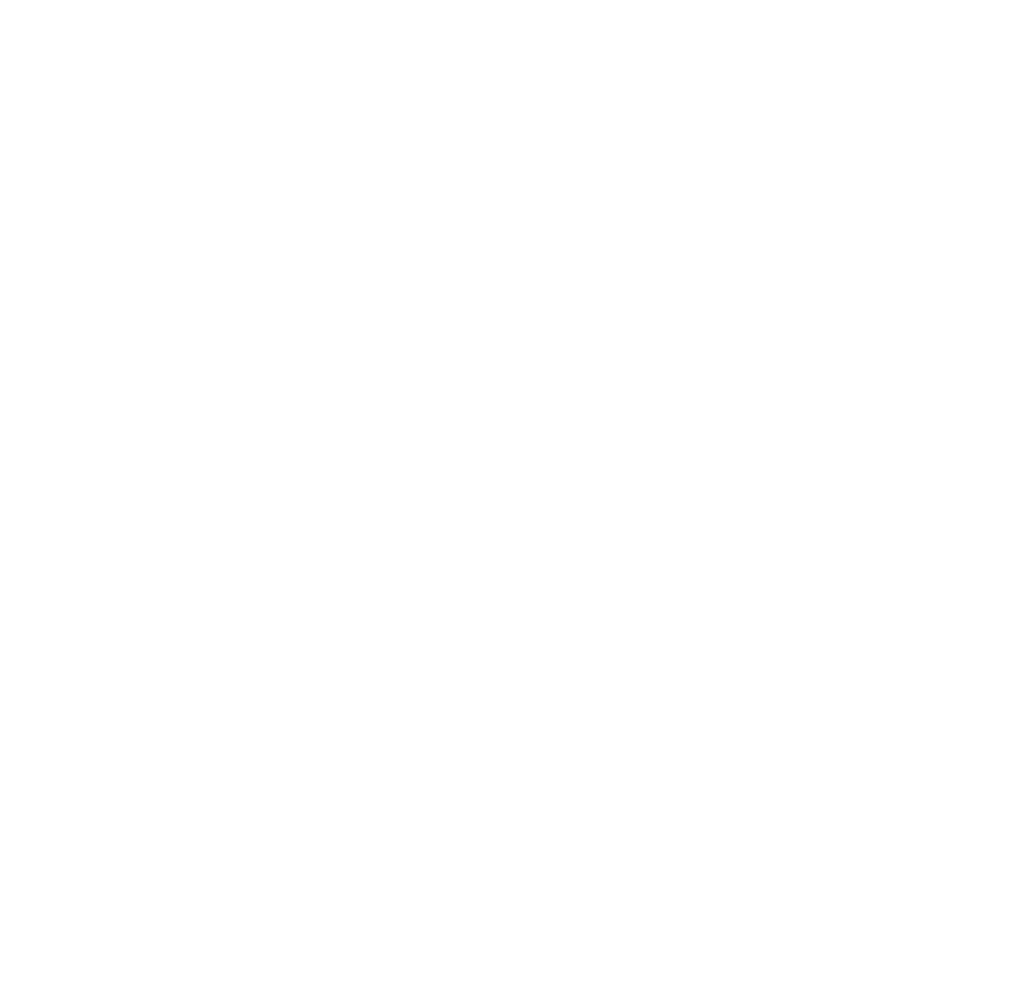
<source format=gbr>
%TF.GenerationSoftware,KiCad,Pcbnew,5.1.5+dfsg1-2~bpo10+1*%
%TF.CreationDate,2020-08-19T00:00:04+02:00*%
%TF.ProjectId,antmicro-alvium-flex-csi-adapter,616e746d-6963-4726-9f2d-616c7669756d,1.0.1*%
%TF.SameCoordinates,Original*%
%TF.FileFunction,Plated,1,2,PTH,Drill*%
%TF.FilePolarity,Positive*%
%FSLAX46Y46*%
G04 Gerber Fmt 4.6, Leading zero omitted, Abs format (unit mm)*
G04 Created by KiCad (PCBNEW 5.1.5+dfsg1-2~bpo10+1) date 2020-08-19 00:00:04 commit e5c3baf*
%MOMM*%
%LPD*%
G04 APERTURE LIST*
%TA.AperFunction,ViaDrill*%
%ADD10C,0.150000*%
%TD*%
G04 APERTURE END LIST*
D10*
X156086400Y-71017200D03*
X156315000Y-72782500D03*
X156782000Y-69516000D03*
X157915200Y-159307600D03*
X157923000Y-159858600D03*
X158220000Y-74497000D03*
X159083600Y-72033200D03*
X159286800Y-69340800D03*
X159337600Y-158596400D03*
X159337600Y-159460000D03*
X159642400Y-76249600D03*
X159947200Y-155853200D03*
X160188500Y-158155500D03*
X160188500Y-158605500D03*
X160252000Y-70763200D03*
X160252000Y-159269500D03*
X160577165Y-157421875D03*
X160607600Y-84987200D03*
X160607600Y-107390000D03*
X160607600Y-116330800D03*
X160607600Y-135177600D03*
X160658400Y-96620400D03*
X160658400Y-125322400D03*
X160658400Y-146252000D03*
X160810800Y-159866400D03*
X160923000Y-69385000D03*
X161014000Y-76046400D03*
X161027165Y-157421875D03*
X161064800Y-155904000D03*
X161448000Y-159841000D03*
X161898000Y-159841000D03*
X162334800Y-75995600D03*
X162347500Y-114248000D03*
X162347500Y-140219500D03*
X162411000Y-73862000D03*
X162411000Y-81037500D03*
X162411000Y-90943500D03*
X162411000Y-101865500D03*
X162411000Y-122503000D03*
X162411000Y-130821500D03*
X162411000Y-149173000D03*
X162411000Y-155650000D03*
X162411000Y-159079000D03*
X162423000Y-69913000D03*
X162948000Y-159777500D03*
X163398000Y-159777500D03*
X163617500Y-81037500D03*
X163681000Y-73862000D03*
X163681000Y-90880000D03*
X163681000Y-101865500D03*
X163681000Y-114248000D03*
X163681000Y-122503000D03*
X163681000Y-130821500D03*
X163681000Y-140219500D03*
X163681000Y-149173000D03*
X163681000Y-155459500D03*
X163871500Y-160285500D03*
X163948000Y-157464490D03*
X164398000Y-157464490D03*
X164633500Y-73862000D03*
X164633500Y-90880000D03*
X164697000Y-81037500D03*
X164697000Y-101865500D03*
X164697000Y-114248000D03*
X164697000Y-122503000D03*
X164697000Y-130821500D03*
X164697000Y-140219500D03*
X164697000Y-149173000D03*
X164697000Y-155396000D03*
X165299900Y-158730100D03*
X165395500Y-160349000D03*
X165618100Y-158411900D03*
X165649500Y-73862000D03*
X165649500Y-122503000D03*
X165713000Y-81101000D03*
X165713000Y-90880000D03*
X165713000Y-101865500D03*
X165713000Y-114248000D03*
X165713000Y-130821500D03*
X165713000Y-140219500D03*
X165713000Y-149173000D03*
X165713000Y-155523000D03*
X165948000Y-159841000D03*
X166276885Y-157036306D03*
X166398000Y-159841000D03*
X166595085Y-156718106D03*
X166919500Y-160349000D03*
X167448000Y-160148498D03*
X167585900Y-158983400D03*
X167745000Y-135203000D03*
X167808500Y-96595000D03*
X167808500Y-107390000D03*
X167808500Y-125360500D03*
X167872000Y-84974500D03*
X167872000Y-116280000D03*
X167898000Y-160148498D03*
X167904100Y-159301600D03*
X167999000Y-155142000D03*
X168126000Y-157682000D03*
X168189500Y-78815000D03*
X168189500Y-146252000D03*
X168423000Y-69615000D03*
X168430800Y-160018800D03*
X168761000Y-73354000D03*
X169923000Y-69547000D03*
X170031000Y-77481500D03*
X171047000Y-72401500D03*
X171423000Y-69739500D03*
X172126500Y-76338500D03*
X173777500Y-69417000D03*
X174793500Y-74687500D03*
X175174500Y-70306000D03*
X175187200Y-72642800D03*
X181740400Y-72795200D03*
X182309000Y-69516000D03*
X183989000Y-70246000D03*
X184077200Y-75386000D03*
X184890000Y-156412000D03*
X184940800Y-72592000D03*
X184959000Y-159976000D03*
X185369000Y-157742000D03*
X185369000Y-158192000D03*
X185789900Y-158846900D03*
X186108100Y-159165100D03*
X186109200Y-89102000D03*
X186109200Y-97382400D03*
X186160000Y-78332400D03*
X186160000Y-84022000D03*
X186160000Y-110895200D03*
X186160000Y-124306400D03*
X186160000Y-152551200D03*
X186261600Y-69747200D03*
X186261600Y-134974400D03*
X186261600Y-148233200D03*
X186261600Y-157326400D03*
X186312400Y-73303200D03*
X186439000Y-160006000D03*
X186975000Y-157471212D03*
X187425000Y-157471212D03*
X187829000Y-104536000D03*
X187938000Y-89152800D03*
X187938000Y-156767600D03*
X187949000Y-70196000D03*
X187959000Y-160006000D03*
X188029000Y-72936000D03*
X188029000Y-80136000D03*
X188029000Y-116736000D03*
X188029000Y-128936000D03*
X188029000Y-141336000D03*
X188029000Y-152536000D03*
X188891962Y-158497967D03*
X189208000Y-89254400D03*
X189210162Y-158816167D03*
X189229000Y-72936000D03*
X189229000Y-80136000D03*
X189229000Y-104536000D03*
X189229000Y-116736000D03*
X189229000Y-128936000D03*
X189229000Y-141336000D03*
X189229000Y-152536000D03*
X189459000Y-160046000D03*
X190224000Y-89254400D03*
X190229000Y-72936000D03*
X190229000Y-80136000D03*
X190229000Y-104536000D03*
X190229000Y-116736000D03*
X190229000Y-128936000D03*
X190229000Y-141336000D03*
X190229000Y-152536000D03*
X190999900Y-157916900D03*
X191189200Y-89254400D03*
X191229000Y-72936000D03*
X191229000Y-80136000D03*
X191229000Y-104536000D03*
X191229000Y-116736000D03*
X191229000Y-128936000D03*
X191229000Y-141336000D03*
X191229000Y-152536000D03*
X191318100Y-158235100D03*
X191595600Y-160323600D03*
X192408400Y-160425200D03*
X192859000Y-159616000D03*
X193059000Y-75066000D03*
X193119000Y-69606000D03*
X193322800Y-89254400D03*
X193339000Y-83996000D03*
X193339000Y-97386000D03*
X193359000Y-159856000D03*
X193429000Y-110956000D03*
X193549000Y-157036000D03*
X193669000Y-124396000D03*
X193759000Y-135036000D03*
X193759000Y-148266000D03*
X193932400Y-159104400D03*
X193959000Y-160246000D03*
X194699000Y-70146000D03*
X195319000Y-77786000D03*
X196199000Y-69636000D03*
X197649000Y-76376000D03*
X197939000Y-70146000D03*
X199489000Y-69576000D03*
X199679000Y-75036000D03*
X200587200Y-72744400D03*
X200789000Y-70276000D03*
X202162000Y-73963600D03*
X202263600Y-69493200D03*
X202263600Y-71626800D03*
X203949000Y-74676000D03*
X205489000Y-69516000D03*
X205799000Y-76116000D03*
X206649000Y-70146000D03*
X207729000Y-71506000D03*
X207759000Y-77716000D03*
X208449000Y-69566000D03*
X209029000Y-159126000D03*
X209426400Y-78992800D03*
X209559000Y-70136000D03*
X209759000Y-148236000D03*
X209809000Y-153936000D03*
X209819000Y-97416000D03*
X209819000Y-135006000D03*
X209839000Y-110966000D03*
X209869000Y-83996000D03*
X209889000Y-124426000D03*
X209899000Y-74566000D03*
X210369000Y-156976000D03*
X210449000Y-160046000D03*
X210469000Y-158616000D03*
X211709000Y-72196000D03*
X211709000Y-79966000D03*
X211709000Y-90946000D03*
X211709000Y-103986000D03*
X211709000Y-117436000D03*
X211709000Y-141936000D03*
X211709000Y-153946000D03*
X211709000Y-156096000D03*
X211709000Y-159316000D03*
X211719000Y-158456000D03*
X211729000Y-130736000D03*
X212669000Y-155966000D03*
X212689000Y-90966000D03*
X212699000Y-72716000D03*
X212709000Y-79956000D03*
X212709000Y-104006000D03*
X212709000Y-141956000D03*
X212709000Y-151456000D03*
X212729000Y-130736000D03*
X212759000Y-117406000D03*
X213092894Y-158243805D03*
X213439000Y-159606000D03*
X213542894Y-158243805D03*
X213729000Y-79936000D03*
X213729000Y-90936000D03*
X213729000Y-104036000D03*
X213729000Y-117436000D03*
X213729000Y-130736000D03*
X213729000Y-141936000D03*
X213729000Y-149636000D03*
X213913955Y-157927041D03*
X214363955Y-157927041D03*
X214616171Y-159512935D03*
X214839000Y-160346000D03*
X214919000Y-90976000D03*
X214919000Y-104046000D03*
X214919000Y-141936000D03*
X214929000Y-130736000D03*
X214934371Y-159831135D03*
X214939000Y-79976000D03*
X214949000Y-156506000D03*
X214959000Y-69636000D03*
X214979000Y-117366000D03*
X215029000Y-147236000D03*
X215049000Y-153936000D03*
X215730893Y-157905148D03*
X216049093Y-158223348D03*
X216165227Y-159521895D03*
X216165227Y-159971895D03*
X216284400Y-156869200D03*
X216335200Y-72287200D03*
X216843200Y-75589200D03*
X216843200Y-124408000D03*
X216843200Y-134974400D03*
X216843200Y-148233200D03*
X216859000Y-69456000D03*
X216894000Y-84022000D03*
X216894000Y-97382400D03*
X216894000Y-110996800D03*
X217199000Y-160036000D03*
X217402000Y-157072400D03*
X217949000Y-160096000D03*
X218062400Y-69188400D03*
X218209000Y-159636000D03*
X218309000Y-71266000D03*
X218719000Y-159586000D03*
X219319000Y-160046000D03*
X221466000Y-69239200D03*
X232949000Y-69476000D03*
X233179000Y-72846000D03*
X235229000Y-70976000D03*
X235689000Y-75256000D03*
X235959000Y-209976000D03*
X236198000Y-206348400D03*
X236379000Y-207742000D03*
X236379000Y-208192000D03*
X236789900Y-208846900D03*
X237061600Y-150366800D03*
X237061600Y-188060400D03*
X237108100Y-209165100D03*
X237112400Y-103935600D03*
X237112400Y-117448400D03*
X237112400Y-133450400D03*
X237112400Y-201827200D03*
X237119000Y-69526000D03*
X237214000Y-80212000D03*
X237214000Y-90676800D03*
X237264800Y-167588000D03*
X237315600Y-73709600D03*
X237439000Y-210006000D03*
X237975000Y-207471212D03*
X238425000Y-207471212D03*
X238929000Y-75196000D03*
X238929000Y-124336000D03*
X238929000Y-175836000D03*
X238929000Y-195636000D03*
X238929000Y-206236000D03*
X238959000Y-210006000D03*
X238969000Y-85896000D03*
X238989000Y-70136000D03*
X239029000Y-97436000D03*
X239029000Y-110936000D03*
X239029000Y-140136000D03*
X239029000Y-159636000D03*
X239891962Y-208497967D03*
X240129000Y-206436000D03*
X240210162Y-208816167D03*
X240219000Y-85896000D03*
X240229000Y-71566000D03*
X240229000Y-75146000D03*
X240229000Y-97436000D03*
X240229000Y-110936000D03*
X240229000Y-124336000D03*
X240229000Y-140036000D03*
X240229000Y-159636000D03*
X240229000Y-175836000D03*
X240229000Y-195636000D03*
X240459000Y-210046000D03*
X241179000Y-75126000D03*
X241189000Y-85896000D03*
X241199000Y-72796000D03*
X241229000Y-97436000D03*
X241229000Y-110836000D03*
X241229000Y-124336000D03*
X241229000Y-140036000D03*
X241229000Y-159636000D03*
X241229000Y-175836000D03*
X241229000Y-195636000D03*
X241229000Y-206536000D03*
X241999900Y-207916900D03*
X242199000Y-85906000D03*
X242219000Y-72236000D03*
X242229000Y-97536000D03*
X242229000Y-110936000D03*
X242229000Y-124336000D03*
X242229000Y-139936000D03*
X242229000Y-159636000D03*
X242229000Y-175836000D03*
X242229000Y-195636000D03*
X242229000Y-206536000D03*
X242239000Y-75166000D03*
X242318100Y-208235100D03*
X242566601Y-210038199D03*
X243167301Y-210047099D03*
X243629000Y-206936000D03*
X243639000Y-73876000D03*
X243716400Y-208329600D03*
X243769000Y-69686000D03*
X243859000Y-209616000D03*
X244029000Y-90736000D03*
X244129000Y-103936000D03*
X244129000Y-117436000D03*
X244129000Y-188036000D03*
X244129000Y-201836000D03*
X244189000Y-80296000D03*
X244229000Y-150436000D03*
X244329000Y-133536000D03*
X244359000Y-209856000D03*
X244429000Y-167636000D03*
X244729000Y-208736000D03*
X244959000Y-210246000D03*
X244979000Y-69626000D03*
X245909000Y-78176000D03*
X246459000Y-69546000D03*
X247969000Y-69506000D03*
X248729000Y-76536000D03*
X251389000Y-70986000D03*
X251549000Y-74836000D03*
X253429000Y-69536000D03*
X253529000Y-72336000D03*
X255029000Y-75236000D03*
X256929000Y-72336000D03*
X256959000Y-69426000D03*
X257429000Y-76936000D03*
X258439000Y-69846000D03*
X259429000Y-77936000D03*
X259989000Y-69316000D03*
X260139000Y-209346000D03*
X260429000Y-73436000D03*
X260829000Y-83336000D03*
X260829000Y-95436000D03*
X260829000Y-110136000D03*
X260829000Y-128036000D03*
X260829000Y-144036000D03*
X260829000Y-161736000D03*
X260829000Y-180136000D03*
X260829000Y-196436000D03*
X260829000Y-200736000D03*
X260829000Y-204536000D03*
X261129000Y-69866000D03*
X261379000Y-206986000D03*
X261459000Y-210186000D03*
X261489000Y-208566000D03*
X262699000Y-206086000D03*
X262709000Y-209336000D03*
X262729000Y-73036000D03*
X262729000Y-89036000D03*
X262729000Y-102736000D03*
X262729000Y-117136000D03*
X262729000Y-133036000D03*
X262729000Y-148736000D03*
X262729000Y-168336000D03*
X262729000Y-185536000D03*
X262729000Y-199436000D03*
X263729000Y-74036000D03*
X263729000Y-86836000D03*
X263729000Y-99636000D03*
X263729000Y-121136000D03*
X263729000Y-137936000D03*
X263729000Y-152336000D03*
X263729000Y-173636000D03*
X263729000Y-189636000D03*
X263729000Y-202636000D03*
X264092894Y-208243805D03*
X264459000Y-209726000D03*
X264542894Y-208243805D03*
X264629000Y-102736000D03*
X264629000Y-168436000D03*
X264729000Y-73736000D03*
X264729000Y-84936000D03*
X264729000Y-117136000D03*
X264729000Y-133036000D03*
X264729000Y-148736000D03*
X264729000Y-185536000D03*
X264729000Y-201236000D03*
X264729000Y-205936000D03*
X264913955Y-207927041D03*
X265363955Y-207927041D03*
X265616171Y-209512935D03*
X265849000Y-210366000D03*
X265929000Y-71736000D03*
X265929000Y-121136000D03*
X265929000Y-138036000D03*
X265929000Y-173636000D03*
X265929000Y-189636000D03*
X265929000Y-199436000D03*
X265929000Y-206336000D03*
X265934371Y-209831135D03*
X265949000Y-69966000D03*
X266029000Y-89036000D03*
X266029000Y-99636000D03*
X266029000Y-152336000D03*
X266730893Y-207905148D03*
X267049093Y-208223348D03*
X267165227Y-209521895D03*
X267165227Y-209971895D03*
X267889000Y-69836000D03*
X267929000Y-95336000D03*
X267929000Y-161736000D03*
X267929000Y-180036000D03*
X267929000Y-196436000D03*
X267929000Y-200736000D03*
X267929000Y-204436000D03*
X267948000Y-171956800D03*
X267998800Y-191362400D03*
X268029000Y-74936000D03*
X268029000Y-83336000D03*
X268029000Y-110136000D03*
X268049600Y-102716400D03*
X268049600Y-117753200D03*
X268049600Y-151636800D03*
X268100400Y-135736400D03*
X268129000Y-127836000D03*
X268129000Y-144036000D03*
X268151200Y-185520400D03*
X268199000Y-210036000D03*
X268913200Y-208278800D03*
X268949000Y-210096000D03*
X269129000Y-74336000D03*
X269209000Y-209636000D03*
X269719000Y-209586000D03*
X270319000Y-210046000D03*
X271729000Y-71836000D03*
X272029000Y-69836000D03*
X278997000Y-73862000D03*
X279124000Y-69480500D03*
X281981500Y-76846500D03*
X282486000Y-69426000D03*
X283966000Y-69846000D03*
X285516000Y-69316000D03*
X285524800Y-208990000D03*
X285918500Y-79323000D03*
X285982000Y-89038500D03*
X285982000Y-101992500D03*
X285982000Y-209942500D03*
X286045500Y-115899000D03*
X286045500Y-140981500D03*
X286045500Y-169620000D03*
X286109000Y-130821500D03*
X286109000Y-186892000D03*
X286172500Y-195274000D03*
X286172500Y-202449500D03*
X286236000Y-159650500D03*
X286236000Y-178891000D03*
X286426500Y-151395500D03*
X286490000Y-209942500D03*
X286656000Y-69866000D03*
X286998000Y-73544500D03*
X287404400Y-208431200D03*
X287550001Y-209517499D03*
X287569500Y-209180500D03*
X287823500Y-209371000D03*
X288204500Y-70115500D03*
X288204500Y-79323000D03*
X288204500Y-115899000D03*
X288204500Y-130758000D03*
X288204500Y-150951000D03*
X288204500Y-160412500D03*
X288204500Y-168477000D03*
X288204500Y-178827500D03*
X288204500Y-189622500D03*
X288204500Y-198766500D03*
X288268000Y-74166800D03*
X288268000Y-101992500D03*
X288268000Y-140854500D03*
X288268000Y-205624500D03*
X289131600Y-208228000D03*
X289220500Y-79323000D03*
X289220500Y-88975000D03*
X289220500Y-101992500D03*
X289220500Y-115899000D03*
X289220500Y-130758000D03*
X289220500Y-140854500D03*
X289220500Y-150951000D03*
X289220500Y-160412500D03*
X289220500Y-168477000D03*
X289220500Y-178827500D03*
X289220500Y-189622500D03*
X289220500Y-198830000D03*
X289220500Y-205624500D03*
X289284000Y-70115500D03*
X289944400Y-209244000D03*
X289982500Y-210133000D03*
X290173000Y-205624500D03*
X290198400Y-72338000D03*
X290236500Y-70115500D03*
X290236500Y-79323000D03*
X290236500Y-89038500D03*
X290236500Y-101992500D03*
X290236500Y-115899000D03*
X290236500Y-130758000D03*
X290236500Y-140854500D03*
X290236500Y-150951000D03*
X290236500Y-160412500D03*
X290236500Y-168477000D03*
X290236500Y-178827500D03*
X290236500Y-189622500D03*
X290236500Y-198766500D03*
X291379500Y-130758000D03*
X291443000Y-115899000D03*
X291443000Y-150951000D03*
X291443000Y-178827500D03*
X291476000Y-69966000D03*
X291506500Y-140854500D03*
X291506500Y-160412500D03*
X291506500Y-168477000D03*
X291506500Y-189622500D03*
X291506500Y-198766500D03*
X291506500Y-205688000D03*
X291506500Y-210133000D03*
X291570000Y-79323000D03*
X291570000Y-101992500D03*
X292002000Y-206196000D03*
X292299900Y-209275400D03*
X292452000Y-206196000D03*
X292618100Y-209593600D03*
X292967000Y-210196500D03*
X293030500Y-160412500D03*
X293094000Y-79323000D03*
X293094000Y-88975000D03*
X293094000Y-205688000D03*
X293157500Y-101992500D03*
X293157500Y-115899000D03*
X293157500Y-168477000D03*
X293157500Y-178827500D03*
X293157500Y-189622500D03*
X293221000Y-130758000D03*
X293221000Y-140854500D03*
X293221000Y-150951000D03*
X293221000Y-198766500D03*
X293416000Y-69836000D03*
X293729000Y-75132000D03*
X293983000Y-205116500D03*
X294308000Y-204672000D03*
X294364000Y-207770800D03*
X294554500Y-69353500D03*
X294554500Y-210196500D03*
X295426499Y-202339501D03*
X295426499Y-202657001D03*
X295634000Y-202132000D03*
X295761000Y-202449500D03*
X295951500Y-210260000D03*
X296904000Y-71830000D03*
X297031000Y-69353500D03*
X302977000Y-70011500D03*
M02*

</source>
